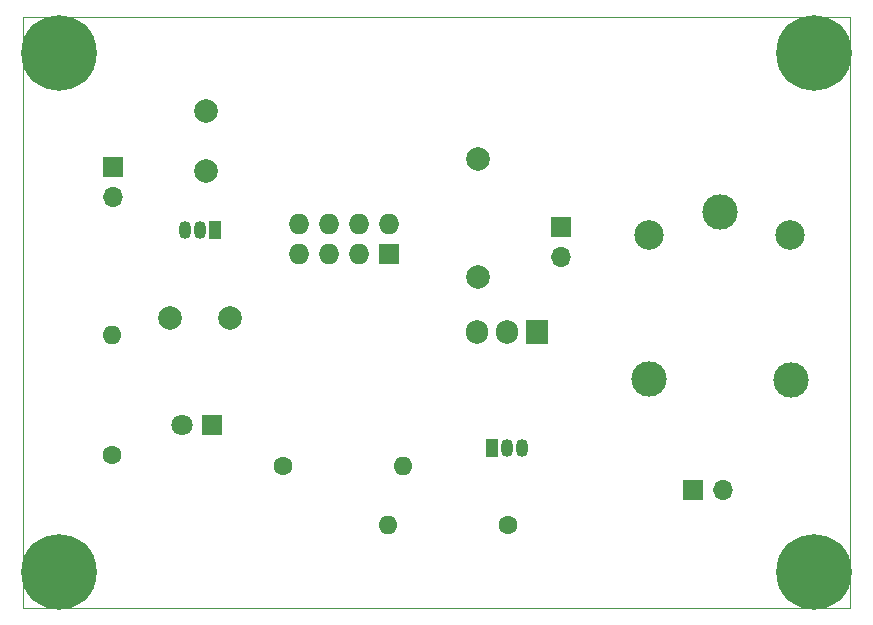
<source format=gbr>
%TF.GenerationSoftware,KiCad,Pcbnew,6.0.11-2627ca5db0~126~ubuntu20.04.1*%
%TF.CreationDate,2023-08-16T11:11:26-05:00*%
%TF.ProjectId,runLimiter,72756e4c-696d-4697-9465-722e6b696361,01*%
%TF.SameCoordinates,Original*%
%TF.FileFunction,Soldermask,Bot*%
%TF.FilePolarity,Negative*%
%FSLAX46Y46*%
G04 Gerber Fmt 4.6, Leading zero omitted, Abs format (unit mm)*
G04 Created by KiCad (PCBNEW 6.0.11-2627ca5db0~126~ubuntu20.04.1) date 2023-08-16 11:11:26*
%MOMM*%
%LPD*%
G01*
G04 APERTURE LIST*
%TA.AperFunction,Profile*%
%ADD10C,0.100000*%
%TD*%
%ADD11C,1.600000*%
%ADD12O,1.600000X1.600000*%
%ADD13C,6.400000*%
%ADD14R,1.700000X1.700000*%
%ADD15O,1.700000X1.700000*%
%ADD16C,3.000000*%
%ADD17C,2.500000*%
%ADD18C,2.000000*%
%ADD19R,1.050000X1.500000*%
%ADD20O,1.050000X1.500000*%
%ADD21R,1.905000X2.000000*%
%ADD22O,1.905000X2.000000*%
%ADD23R,1.800000X1.800000*%
%ADD24C,1.800000*%
%ADD25R,1.727200X1.727200*%
%ADD26O,1.727200X1.727200*%
G04 APERTURE END LIST*
D10*
X0Y0D02*
X70000000Y0D01*
X70000000Y0D02*
X70000000Y-50000000D01*
X70000000Y-50000000D02*
X0Y-50000000D01*
X0Y-50000000D02*
X0Y0D01*
D11*
%TO.C,R3*%
X22000000Y-38000000D03*
D12*
X32160000Y-38000000D03*
%TD*%
D13*
%TO.C,REF\u002A\u002A*%
X3000000Y-3000000D03*
%TD*%
D14*
%TO.C,J3*%
X56725000Y-40000000D03*
D15*
X59265000Y-40000000D03*
%TD*%
D13*
%TO.C,REF\u002A\u002A*%
X3000000Y-47000000D03*
%TD*%
D16*
%TO.C,K1*%
X59000000Y-16500000D03*
D17*
X52950000Y-18450000D03*
D16*
X52950000Y-30650000D03*
X65000000Y-30700000D03*
D17*
X64950000Y-18450000D03*
%TD*%
D13*
%TO.C,REF\u002A\u002A*%
X67000000Y-47000000D03*
%TD*%
D14*
%TO.C,J1*%
X7590000Y-12700000D03*
D15*
X7590000Y-15240000D03*
%TD*%
D14*
%TO.C,J2*%
X45500000Y-17800000D03*
D15*
X45500000Y-20340000D03*
%TD*%
D18*
%TO.C,C2*%
X12460000Y-25500000D03*
X17540000Y-25500000D03*
%TD*%
D11*
%TO.C,R1*%
X7500000Y-37080000D03*
D12*
X7500000Y-26920000D03*
%TD*%
D19*
%TO.C,U1*%
X16270000Y-18000000D03*
D20*
X15000000Y-18000000D03*
X13730000Y-18000000D03*
%TD*%
D11*
%TO.C,R2*%
X41080000Y-43000000D03*
D12*
X30920000Y-43000000D03*
%TD*%
D21*
%TO.C,Q2*%
X43500000Y-26690000D03*
D22*
X40960000Y-26690000D03*
X38420000Y-26690000D03*
%TD*%
D23*
%TO.C,D1*%
X16000000Y-34500000D03*
D24*
X13460000Y-34500000D03*
%TD*%
D18*
%TO.C,C3*%
X38500000Y-12000000D03*
X38500000Y-22000000D03*
%TD*%
D25*
%TO.C,U2*%
X31000000Y-20040000D03*
D26*
X31000000Y-17500000D03*
X28460000Y-20040000D03*
X28460000Y-17500000D03*
X25920000Y-20040000D03*
X25920000Y-17500000D03*
X23380000Y-20040000D03*
X23380000Y-17500000D03*
%TD*%
D19*
%TO.C,Q1*%
X39690000Y-36501115D03*
D20*
X40960000Y-36501115D03*
X42230000Y-36501115D03*
%TD*%
D18*
%TO.C,C1*%
X15500000Y-7960000D03*
X15500000Y-13040000D03*
%TD*%
D13*
%TO.C,REF\u002A\u002A*%
X67000000Y-3000000D03*
%TD*%
M02*

</source>
